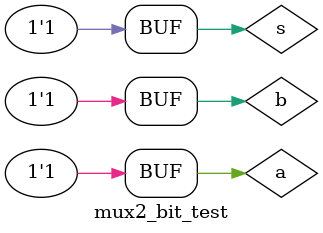
<source format=v>
`timescale 1ns / 1ps


module mux2_bit_test;

	// Inputs
	reg a;
	reg b;
	reg s;

	// Outputs
	wire o;

	// Instantiate the Unit Under Test (UUT)
	mux_2bit uut (
		.a(a), 
		.b(b), 
		.s(s), 
		.o(o)
	);

	initial begin
		// Initialize Inputs
		s = 0;
		a = 0;
		b = 0;
		s = 1;
	#20 a = 1;
   #20 b = 1; 
		// Wait 100 ns for global reset to finish
		#100;
        
		// Add stimulus here

	end
	
	initial begin 
		$monitor("a = %d, b = %d, s = %d, o = %d\n",a,b,s,o);
	end
      
endmodule


</source>
